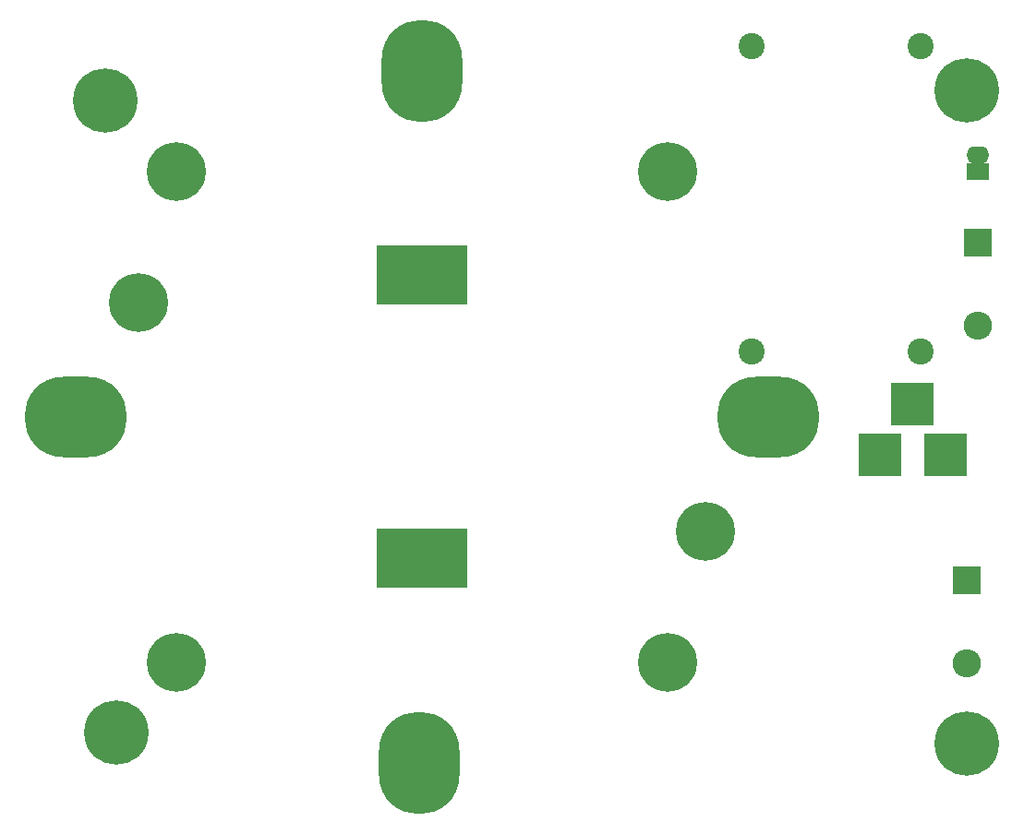
<source format=gbr>
G04 #@! TF.GenerationSoftware,KiCad,Pcbnew,(5.0.0)*
G04 #@! TF.CreationDate,2019-12-04T20:43:09-05:00*
G04 #@! TF.ProjectId,10W White LED,313057205768697465204C45442E6B69,rev?*
G04 #@! TF.SameCoordinates,Original*
G04 #@! TF.FileFunction,Soldermask,Bot*
G04 #@! TF.FilePolarity,Negative*
%FSLAX46Y46*%
G04 Gerber Fmt 4.6, Leading zero omitted, Abs format (unit mm)*
G04 Created by KiCad (PCBNEW (5.0.0)) date 12/04/19 20:43:09*
%MOMM*%
%LPD*%
G01*
G04 APERTURE LIST*
%ADD10O,2.100000X1.600000*%
%ADD11R,2.100000X1.600000*%
%ADD12C,5.400000*%
%ADD13O,9.400000X7.400000*%
%ADD14O,7.400000X9.400000*%
%ADD15O,2.600000X2.600000*%
%ADD16R,2.600000X2.600000*%
%ADD17R,8.400000X5.400000*%
%ADD18C,5.900000*%
%ADD19C,2.400000*%
%ADD20R,3.900000X3.900000*%
G04 APERTURE END LIST*
D10*
G04 #@! TO.C,FAN1*
X201000000Y-76000000D03*
D11*
X201000000Y-77500000D03*
G04 #@! TD*
D12*
G04 #@! TO.C,HEATSINK1*
X176000000Y-110500000D03*
X124000000Y-89500000D03*
X172500000Y-77500000D03*
X127500000Y-77500000D03*
X127500000Y-122500000D03*
X172500000Y-122500000D03*
G04 #@! TD*
D13*
G04 #@! TO.C,LENSE1*
X181750000Y-100000000D03*
D14*
X149750000Y-131750000D03*
D13*
X118250000Y-100000000D03*
D14*
X150000000Y-68250000D03*
G04 #@! TD*
D15*
G04 #@! TO.C,SW1*
X200000000Y-122620000D03*
D16*
X200000000Y-115000000D03*
G04 #@! TD*
G04 #@! TO.C,SW2*
X201000000Y-84000000D03*
D15*
X201000000Y-91620000D03*
G04 #@! TD*
D17*
G04 #@! TO.C,D1*
X150000000Y-87000000D03*
X150000000Y-113000000D03*
G04 #@! TD*
D18*
G04 #@! TO.C,MNT1*
X121000000Y-71000000D03*
G04 #@! TD*
G04 #@! TO.C,MNT2*
X200000000Y-70000000D03*
G04 #@! TD*
G04 #@! TO.C,MNT3*
X200000000Y-130000000D03*
G04 #@! TD*
G04 #@! TO.C,MNT4*
X122000000Y-129000000D03*
G04 #@! TD*
D19*
G04 #@! TO.C,U1*
X180250000Y-66000000D03*
X195750000Y-66000000D03*
X195750000Y-94000000D03*
X180250000Y-94000000D03*
G04 #@! TD*
D20*
G04 #@! TO.C,BARREL1*
X192000000Y-103500000D03*
X198000000Y-103500000D03*
X195000000Y-98800000D03*
G04 #@! TD*
M02*

</source>
